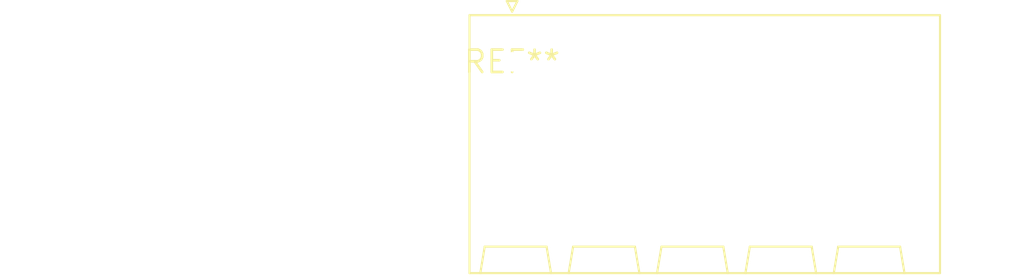
<source format=kicad_pcb>
(kicad_pcb (version 20240108) (generator pcbnew)
  (layers (0 "F.Cu" signal) (31 "B.Cu" signal) (34 "B.Paste" user) (35 "F.Paste" user) (36 "B.SilkS" user "B.Silkscreen") (37 "F.SilkS" user "F.Silkscreen") (38 "B.Mask" user) (39 "F.Mask" user) (44 "Edge.Cuts" user))
  (net 0 "")
  (footprint "PhoenixContact_SPT_2.5_5-H-5.0_1x05_P5.0mm_Horizontal" (layer "F.Cu") (at 0 0)
    (property "Reference" "REF**")
    (property "Value" "PhoenixContact_SPT_2.5_5-H-5.0_1x05_P5.0mm_Horizontal")
    (fp_line (start -2.41 -2.64) (end 24.21 -2.64) (layer "F.SilkS") (stroke (width 0.12)))
    (fp_line (start -2.41 11.98) (end -2.41 -2.64) (layer "F.SilkS") (stroke (width 0.12)))
    (fp_line (start -1.8 11.98) (end -1.55 10.48) (layer "F.SilkS") (stroke (width 0.12)))
    (fp_line (start -1.55 10.48) (end 1.95 10.48) (layer "F.SilkS") (stroke (width 0.12)))
    (fp_line (start -0.3 -3.44) (end 0 -2.84) (layer "F.SilkS") (stroke (width 0.12)))
    (fp_line (start -0.3 -3.44) (end 0.3 -3.44) (layer "F.SilkS") (stroke (width 0.12)))
    (fp_line (start 0.3 -3.44) (end 0 -2.84) (layer "F.SilkS") (stroke (width 0.12)))
    (fp_line (start 2.2 11.98) (end 1.95 10.48) (layer "F.SilkS") (stroke (width 0.12)))
    (fp_line (start 3.2 11.98) (end 3.45 10.48) (layer "F.SilkS") (stroke (width 0.12)))
    (fp_line (start 3.45 10.48) (end 6.95 10.48) (layer "F.SilkS") (stroke (width 0.12)))
    (fp_line (start 7.2 11.98) (end 6.95 10.48) (layer "F.SilkS") (stroke (width 0.12)))
    (fp_line (start 8.2 11.98) (end 8.45 10.48) (layer "F.SilkS") (stroke (width 0.12)))
    (fp_line (start 8.45 10.48) (end 11.95 10.48) (layer "F.SilkS") (stroke (width 0.12)))
    (fp_line (start 12.2 11.98) (end 11.95 10.48) (layer "F.SilkS") (stroke (width 0.12)))
    (fp_line (start 13.2 11.98) (end 13.45 10.48) (layer "F.SilkS") (stroke (width 0.12)))
    (fp_line (start 13.45 10.48) (end 16.95 10.48) (layer "F.SilkS") (stroke (width 0.12)))
    (fp_line (start 17.2 11.98) (end 16.95 10.48) (layer "F.SilkS") (stroke (width 0.12)))
    (fp_line (start 18.2 11.98) (end 18.45 10.48) (layer "F.SilkS") (stroke (width 0.12)))
    (fp_line (start 18.45 10.48) (end 21.95 10.48) (layer "F.SilkS") (stroke (width 0.12)))
    (fp_line (start 22.2 11.98) (end 21.95 10.48) (layer "F.SilkS") (stroke (width 0.12)))
    (fp_line (start 24.21 -2.64) (end 24.21 11.98) (layer "F.SilkS") (stroke (width 0.12)))
    (fp_line (start 24.21 11.98) (end -2.41 11.98) (layer "F.SilkS") (stroke (width 0.12)))
    (pad "1" thru_hole roundrect (at 0 0) (size 1.8 3.3) (drill 1.1) (layers *.Cu *.Mask) (remove_unused_layers) (roundrect_rratio 0.138889))
    (pad "1" thru_hole roundrect (at 0 8.2) (size 1.8 3.3) (drill 1.1) (layers *.Cu *.Mask) (remove_unused_layers) (roundrect_rratio 0.138889))
    (pad "2" thru_hole oval (at 5 0) (size 1.8 3.3) (drill 1.1) (layers *.Cu *.Mask) (remove_unused_layers))
    (pad "2" thru_hole oval (at 5 8.2) (size 1.8 3.3) (drill 1.1) (layers *.Cu *.Mask) (remove_unused_layers))
    (pad "3" thru_hole oval (at 10 0) (size 1.8 3.3) (drill 1.1) (layers *.Cu *.Mask) (remove_unused_layers))
    (pad "3" thru_hole oval (at 10 8.2) (size 1.8 3.3) (drill 1.1) (layers *.Cu *.Mask) (remove_unused_layers))
    (pad "4" thru_hole oval (at 15 0) (size 1.8 3.3) (drill 1.1) (layers *.Cu *.Mask) (remove_unused_layers))
    (pad "4" thru_hole oval (at 15 8.2) (size 1.8 3.3) (drill 1.1) (layers *.Cu *.Mask) (remove_unused_layers))
    (pad "5" thru_hole oval (at 20 0) (size 1.8 3.3) (drill 1.1) (layers *.Cu *.Mask) (remove_unused_layers))
    (pad "5" thru_hole oval (at 20 8.2) (size 1.8 3.3) (drill 1.1) (layers *.Cu *.Mask) (remove_unused_layers))
  )
)
</source>
